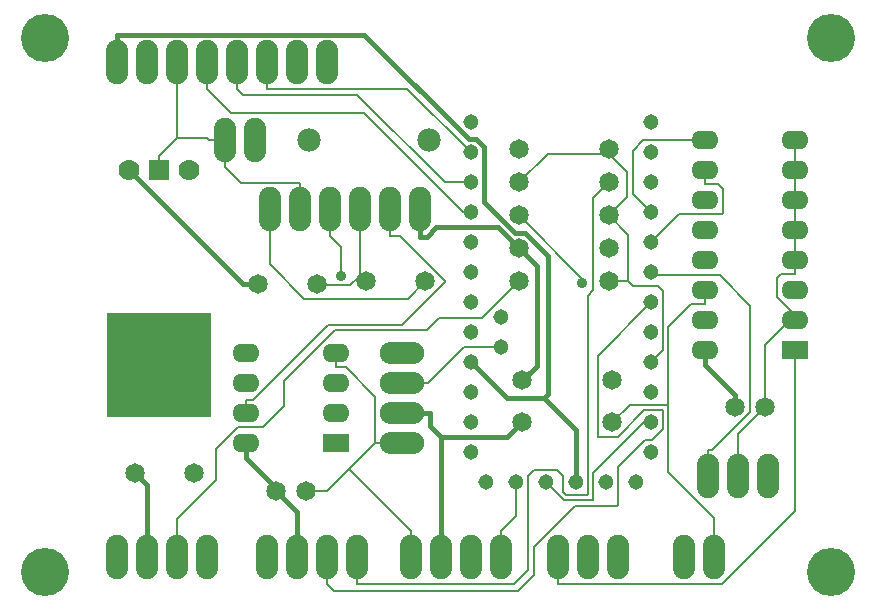
<source format=gbl>
G04 (created by PCBNEW-RS274X (2011-11-27 BZR 3249)-stable) date 21/01/2012 12:20:12 a.m.*
G01*
G70*
G90*
%MOIN*%
G04 Gerber Fmt 3.4, Leading zero omitted, Abs format*
%FSLAX34Y34*%
G04 APERTURE LIST*
%ADD10C,0.006000*%
%ADD11C,0.065000*%
%ADD12C,0.078000*%
%ADD13O,0.074000X0.148000*%
%ADD14O,0.148000X0.074000*%
%ADD15R,0.350000X0.350000*%
%ADD16C,0.070000*%
%ADD17R,0.070000X0.070000*%
%ADD18C,0.051400*%
%ADD19R,0.090000X0.062000*%
%ADD20O,0.090000X0.062000*%
%ADD21C,0.160000*%
%ADD22C,0.035000*%
%ADD23C,0.016000*%
%ADD24C,0.008000*%
G04 APERTURE END LIST*
G54D10*
G54D11*
X65200Y-38700D03*
X62200Y-38700D03*
G54D12*
X55200Y-37300D03*
X59200Y-37300D03*
G54D11*
X69400Y-46200D03*
X70400Y-46200D03*
X54100Y-49000D03*
X55100Y-49000D03*
X49416Y-48400D03*
X51384Y-48400D03*
X53516Y-42100D03*
X55484Y-42100D03*
X59084Y-42000D03*
X57116Y-42000D03*
G54D13*
X48800Y-34700D03*
X49800Y-34700D03*
X50800Y-34700D03*
X51800Y-34700D03*
X52800Y-34700D03*
X53800Y-34700D03*
X54800Y-34700D03*
X55800Y-34700D03*
X53900Y-39600D03*
X54900Y-39600D03*
X55900Y-39600D03*
X56900Y-39600D03*
X57900Y-39600D03*
X58900Y-39600D03*
G54D14*
X58300Y-47400D03*
X58300Y-46400D03*
X58300Y-45400D03*
X58300Y-44400D03*
G54D13*
X58600Y-51200D03*
X59600Y-51200D03*
X60600Y-51200D03*
X61600Y-51200D03*
X48800Y-51200D03*
X49800Y-51200D03*
X50800Y-51200D03*
X51800Y-51200D03*
X53800Y-51200D03*
X54800Y-51200D03*
X55800Y-51200D03*
X56800Y-51200D03*
X63500Y-51200D03*
X64500Y-51200D03*
X65500Y-51200D03*
X68500Y-48500D03*
X69500Y-48500D03*
X70500Y-48500D03*
X52400Y-37300D03*
X53400Y-37300D03*
X67700Y-51200D03*
X68700Y-51200D03*
G54D11*
X62300Y-45300D03*
X65300Y-45300D03*
X62300Y-46700D03*
X65300Y-46700D03*
X65200Y-40900D03*
X62200Y-40900D03*
X62200Y-39800D03*
X65200Y-39800D03*
X62200Y-42000D03*
X65200Y-42000D03*
X62200Y-37600D03*
X65200Y-37600D03*
G54D15*
X50200Y-44800D03*
G54D16*
X51200Y-38300D03*
G54D17*
X50200Y-38300D03*
G54D16*
X49200Y-38300D03*
G54D18*
X60600Y-40700D03*
X60600Y-41700D03*
X60600Y-42700D03*
X60600Y-43700D03*
X61600Y-43200D03*
X61600Y-44200D03*
X66100Y-48700D03*
X66600Y-43700D03*
X66600Y-42700D03*
X66600Y-41700D03*
X66600Y-40700D03*
X66600Y-39700D03*
X66600Y-38700D03*
X66600Y-37700D03*
X66600Y-36700D03*
X60600Y-36700D03*
X60600Y-37700D03*
X60600Y-38700D03*
X60600Y-39700D03*
X60600Y-46700D03*
X66600Y-44700D03*
X65100Y-48700D03*
X61100Y-48700D03*
X60600Y-47700D03*
X60600Y-45700D03*
X66600Y-45700D03*
X66600Y-46700D03*
X63100Y-48700D03*
X66600Y-47700D03*
X62100Y-48700D03*
X60600Y-44700D03*
X64100Y-48700D03*
G54D19*
X56100Y-47400D03*
G54D20*
X56100Y-46400D03*
X56100Y-45400D03*
X56100Y-44400D03*
X53100Y-44400D03*
X53100Y-45400D03*
X53100Y-46400D03*
X53100Y-47400D03*
G54D19*
X71400Y-44300D03*
G54D20*
X71400Y-43300D03*
X71400Y-42300D03*
X71400Y-41300D03*
X71400Y-40300D03*
X71400Y-39300D03*
X71400Y-38300D03*
X71400Y-37300D03*
X68400Y-37300D03*
X68400Y-38300D03*
X68400Y-39300D03*
X68400Y-40300D03*
X68400Y-41300D03*
X68400Y-42300D03*
X68400Y-43300D03*
X68400Y-44300D03*
G54D21*
X46400Y-33900D03*
X46400Y-51700D03*
X72600Y-33900D03*
X72600Y-51700D03*
G54D22*
X64316Y-42063D03*
X56268Y-41810D03*
G54D23*
X62791Y-44809D02*
X62300Y-45300D01*
X62791Y-41491D02*
X62791Y-44809D01*
X62200Y-40900D02*
X62791Y-41491D01*
X58300Y-46400D02*
X59223Y-46400D01*
X59600Y-51200D02*
X59600Y-50277D01*
X69400Y-45793D02*
X69400Y-46200D01*
X68400Y-44793D02*
X69400Y-45793D01*
X68400Y-44300D02*
X68400Y-44793D01*
X59600Y-47200D02*
X61800Y-47200D01*
X61800Y-47200D02*
X62300Y-46700D01*
X59223Y-46400D02*
X59223Y-46823D01*
X59223Y-46823D02*
X59600Y-47200D01*
X59600Y-47200D02*
X59600Y-50277D01*
X54100Y-48893D02*
X54100Y-49000D01*
X53100Y-47893D02*
X54100Y-48893D01*
X53100Y-47400D02*
X53100Y-47893D01*
X53000Y-42100D02*
X53516Y-42100D01*
X49200Y-38300D02*
X53000Y-42100D01*
X54800Y-49700D02*
X54100Y-49000D01*
X54800Y-51200D02*
X54800Y-49700D01*
X59453Y-40199D02*
X59129Y-40523D01*
X61499Y-40199D02*
X59453Y-40199D01*
X62200Y-40900D02*
X61499Y-40199D01*
X58900Y-39600D02*
X58900Y-40523D01*
X59129Y-40523D02*
X58900Y-40523D01*
X48800Y-34700D02*
X48800Y-33777D01*
X63049Y-45891D02*
X63183Y-45757D01*
X63183Y-45757D02*
X63183Y-41164D01*
X63183Y-41164D02*
X62410Y-40391D01*
X62410Y-40391D02*
X62068Y-40391D01*
X62068Y-40391D02*
X61040Y-39363D01*
X61040Y-39363D02*
X61040Y-37517D01*
X61040Y-37517D02*
X60782Y-37259D01*
X60782Y-37259D02*
X60536Y-37259D01*
X60536Y-37259D02*
X57054Y-33777D01*
X57054Y-33777D02*
X48800Y-33777D01*
X60600Y-44700D02*
X61791Y-45891D01*
X61791Y-45891D02*
X63049Y-45891D01*
X64100Y-48700D02*
X64100Y-46942D01*
X64100Y-46942D02*
X63049Y-45891D01*
G54D24*
X60383Y-44200D02*
X59183Y-45400D01*
X61600Y-44200D02*
X60383Y-44200D01*
X58300Y-45400D02*
X59183Y-45400D01*
X57900Y-39600D02*
X57900Y-40483D01*
X53100Y-46400D02*
X53100Y-45947D01*
X53100Y-45947D02*
X53338Y-45947D01*
X53338Y-45947D02*
X55841Y-43444D01*
X55841Y-43444D02*
X58305Y-43444D01*
X58305Y-43444D02*
X59734Y-42015D01*
X59734Y-42015D02*
X59734Y-41983D01*
X59734Y-41983D02*
X58234Y-40483D01*
X58234Y-40483D02*
X57900Y-40483D01*
X68400Y-42300D02*
X68400Y-42753D01*
X68400Y-42753D02*
X67947Y-42753D01*
X67947Y-42753D02*
X67185Y-43515D01*
X67185Y-43515D02*
X67185Y-46105D01*
X67185Y-46105D02*
X67185Y-48355D01*
X67185Y-48355D02*
X68700Y-49870D01*
X68700Y-49870D02*
X68700Y-51200D01*
X65300Y-46700D02*
X65895Y-46105D01*
X65895Y-46105D02*
X67185Y-46105D01*
X50800Y-51200D02*
X50800Y-49920D01*
X50800Y-49920D02*
X52104Y-48616D01*
X52104Y-48616D02*
X52104Y-47590D01*
X52104Y-47590D02*
X52838Y-46856D01*
X52838Y-46856D02*
X53675Y-46856D01*
X53675Y-46856D02*
X54372Y-46159D01*
X54372Y-46159D02*
X54372Y-45332D01*
X54372Y-45332D02*
X56075Y-43629D01*
X56075Y-43629D02*
X59144Y-43629D01*
X59144Y-43629D02*
X59543Y-43230D01*
X59543Y-43230D02*
X60970Y-43230D01*
X60970Y-43230D02*
X62200Y-42000D01*
X63479Y-48295D02*
X62714Y-48295D01*
X63665Y-48481D02*
X63479Y-48295D01*
X63665Y-49004D02*
X63665Y-48481D01*
X63768Y-49107D02*
X63665Y-49004D01*
X64481Y-49107D02*
X63768Y-49107D01*
X64501Y-49087D02*
X64481Y-49107D01*
X64501Y-42470D02*
X64501Y-49087D01*
X64671Y-42300D02*
X64501Y-42470D01*
X64671Y-39229D02*
X64671Y-42300D01*
X65200Y-38700D02*
X64671Y-39229D01*
X56800Y-51200D02*
X56800Y-52083D01*
X62035Y-52083D02*
X56800Y-52083D01*
X62509Y-51609D02*
X62035Y-52083D01*
X62509Y-48500D02*
X62509Y-51609D01*
X62714Y-48295D02*
X62509Y-48500D01*
X64316Y-42063D02*
X64316Y-41916D01*
X64316Y-41916D02*
X62200Y-39800D01*
X63500Y-51200D02*
X63500Y-52083D01*
X71400Y-44300D02*
X71400Y-49650D01*
X71400Y-49650D02*
X68967Y-52083D01*
X68967Y-52083D02*
X63500Y-52083D01*
X58483Y-35583D02*
X53800Y-35583D01*
X60600Y-37700D02*
X58483Y-35583D01*
X53800Y-34700D02*
X53800Y-35583D01*
X52991Y-35774D02*
X52800Y-35583D01*
X56803Y-35774D02*
X52991Y-35774D01*
X59729Y-38700D02*
X56803Y-35774D01*
X60600Y-38700D02*
X59729Y-38700D01*
X52800Y-34700D02*
X52800Y-35583D01*
X51800Y-35583D02*
X52612Y-36395D01*
X52612Y-36395D02*
X57035Y-36395D01*
X57035Y-36395D02*
X60340Y-39700D01*
X60340Y-39700D02*
X60600Y-39700D01*
X51800Y-34700D02*
X51800Y-35583D01*
X55800Y-51200D02*
X55800Y-52083D01*
X66600Y-42700D02*
X64825Y-44475D01*
X64825Y-44475D02*
X64825Y-47147D01*
X64825Y-47147D02*
X64847Y-47169D01*
X64847Y-47169D02*
X65495Y-47169D01*
X65495Y-47169D02*
X66376Y-46288D01*
X66376Y-46288D02*
X66980Y-46288D01*
X66980Y-46288D02*
X67002Y-46310D01*
X67002Y-46310D02*
X67002Y-46917D01*
X67002Y-46917D02*
X66631Y-47288D01*
X66631Y-47288D02*
X66400Y-47288D01*
X66400Y-47288D02*
X65509Y-48179D01*
X65509Y-48179D02*
X65509Y-49460D01*
X65509Y-49460D02*
X65487Y-49482D01*
X65487Y-49482D02*
X64074Y-49482D01*
X64074Y-49482D02*
X62692Y-50864D01*
X62692Y-50864D02*
X62692Y-51793D01*
X62692Y-51793D02*
X62155Y-52330D01*
X62155Y-52330D02*
X56047Y-52330D01*
X56047Y-52330D02*
X55800Y-52083D01*
X68500Y-48500D02*
X68500Y-47617D01*
X66600Y-41700D02*
X66700Y-41800D01*
X66700Y-41800D02*
X68893Y-41800D01*
X68893Y-41800D02*
X69900Y-42807D01*
X69900Y-42807D02*
X69900Y-46362D01*
X69900Y-46362D02*
X68645Y-47617D01*
X68645Y-47617D02*
X68500Y-47617D01*
X68400Y-38300D02*
X68400Y-38753D01*
X68400Y-38753D02*
X68853Y-38753D01*
X68853Y-38753D02*
X69008Y-38908D01*
X69008Y-38908D02*
X69008Y-39734D01*
X69008Y-39734D02*
X68988Y-39754D01*
X68988Y-39754D02*
X67546Y-39754D01*
X67546Y-39754D02*
X66600Y-40700D01*
X66001Y-39101D02*
X66600Y-39700D01*
X66001Y-37652D02*
X66001Y-39101D01*
X66353Y-37300D02*
X66001Y-37652D01*
X68400Y-37300D02*
X66353Y-37300D01*
X55900Y-39600D02*
X55900Y-40483D01*
X56268Y-41810D02*
X56268Y-40851D01*
X56268Y-40851D02*
X55900Y-40483D01*
X63100Y-48700D02*
X63694Y-49294D01*
X63694Y-49294D02*
X64663Y-49294D01*
X64663Y-49294D02*
X64685Y-49272D01*
X64685Y-49272D02*
X64685Y-48398D01*
X64685Y-48398D02*
X66383Y-46700D01*
X66383Y-46700D02*
X66600Y-46700D01*
X61600Y-51200D02*
X61600Y-50317D01*
X62100Y-48700D02*
X62100Y-49817D01*
X62100Y-49817D02*
X61600Y-50317D01*
G54D23*
X49800Y-51200D02*
X49800Y-48784D01*
X49800Y-48784D02*
X49416Y-48400D01*
G54D24*
X71400Y-40300D02*
X71400Y-41300D01*
X52400Y-37300D02*
X51887Y-37300D01*
X50800Y-37207D02*
X51794Y-37207D01*
X51794Y-37207D02*
X51887Y-37300D01*
X50800Y-37207D02*
X50800Y-34700D01*
X50200Y-37807D02*
X50800Y-37207D01*
X52400Y-37300D02*
X52400Y-38183D01*
X54900Y-39600D02*
X54900Y-38717D01*
X54900Y-38717D02*
X52934Y-38717D01*
X52934Y-38717D02*
X52400Y-38183D01*
X71400Y-41300D02*
X71400Y-41753D01*
X71400Y-43300D02*
X71400Y-43125D01*
X69500Y-48500D02*
X69500Y-47100D01*
X65809Y-38351D02*
X65200Y-37742D01*
X65809Y-39191D02*
X65809Y-38351D01*
X65200Y-39800D02*
X65809Y-39191D01*
X65848Y-42000D02*
X65200Y-42000D01*
X67001Y-44299D02*
X66600Y-44700D01*
X67001Y-42313D02*
X67001Y-44299D01*
X66833Y-42145D02*
X67001Y-42313D01*
X65993Y-42145D02*
X66833Y-42145D01*
X65848Y-42000D02*
X65993Y-42145D01*
X65848Y-40448D02*
X65848Y-42000D01*
X65200Y-39800D02*
X65848Y-40448D01*
X69500Y-47100D02*
X70400Y-46200D01*
X65200Y-37742D02*
X63158Y-37742D01*
X63158Y-37742D02*
X62200Y-38700D01*
X65200Y-37742D02*
X65200Y-37600D01*
X71400Y-43125D02*
X70400Y-44125D01*
X70400Y-44125D02*
X70400Y-46200D01*
X71400Y-41753D02*
X70947Y-41753D01*
X70947Y-41753D02*
X70801Y-41899D01*
X70801Y-41899D02*
X70801Y-42526D01*
X70801Y-42526D02*
X71400Y-43125D01*
X56100Y-44400D02*
X56100Y-44853D01*
X58300Y-47400D02*
X57417Y-47400D01*
X57417Y-47400D02*
X57417Y-45841D01*
X57417Y-45841D02*
X56429Y-44853D01*
X55100Y-49000D02*
X55817Y-49000D01*
X56550Y-48267D02*
X57417Y-47400D01*
X71400Y-37300D02*
X71400Y-38300D01*
X71400Y-38300D02*
X71400Y-39300D01*
X71400Y-39300D02*
X71400Y-40300D01*
X50200Y-38300D02*
X50200Y-37807D01*
X56429Y-44853D02*
X56100Y-44853D01*
X55817Y-49000D02*
X56550Y-48267D01*
X56550Y-48267D02*
X58600Y-50317D01*
X58600Y-51200D02*
X58600Y-50317D01*
X55484Y-42100D02*
X55512Y-42128D01*
X55512Y-42128D02*
X56578Y-42128D01*
X56578Y-42128D02*
X56900Y-41806D01*
X56900Y-41806D02*
X56900Y-39600D01*
X56900Y-41806D02*
X56922Y-41806D01*
X56922Y-41806D02*
X57116Y-42000D01*
X53900Y-41435D02*
X53900Y-39600D01*
X55037Y-42572D02*
X53900Y-41435D01*
X58512Y-42572D02*
X55037Y-42572D01*
X59084Y-42000D02*
X58512Y-42572D01*
M02*

</source>
